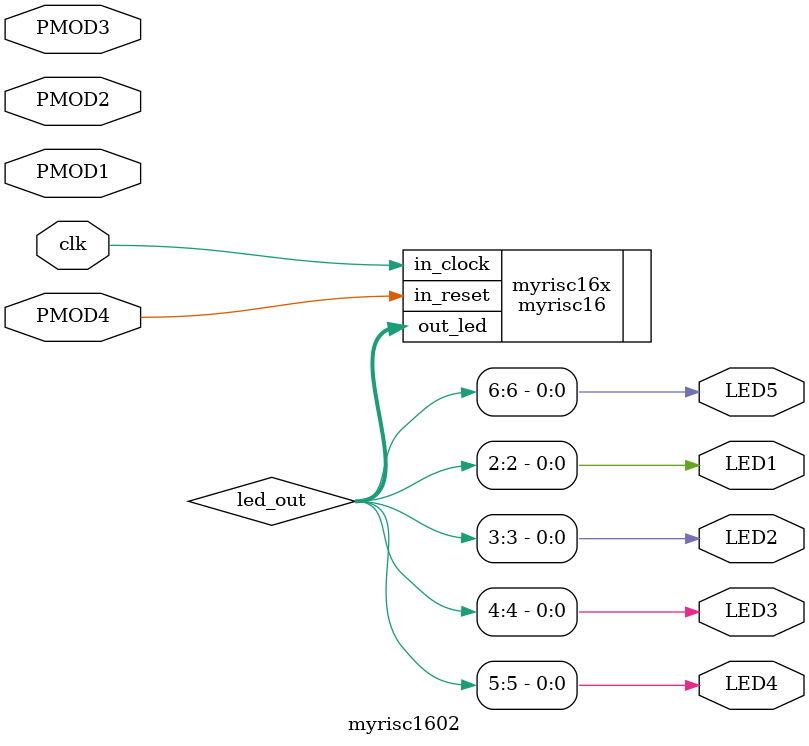
<source format=v>

module myrisc1602
(
    clk,

    PMOD4,
    PMOD3,
    PMOD2,
    PMOD1,

    LED5,
    LED4,
    LED3,
    LED2,
    LED1
);

    input clk;

    input PMOD4;
    input PMOD3;
    input PMOD2;
    input PMOD1;

    output LED5;
    output LED4;
    output LED3;
    output LED2;
    output LED1;

    reg LED5;
    reg LED4;
    reg LED3;
    reg LED2;
    reg LED1;

    reg [15:0]led_out;

    always @*
    begin
        LED1 = led_out[2];
        LED2 = led_out[3];
        LED3 = led_out[4];
        LED4 = led_out[5];
        LED5 = led_out[6];
    end

    myrisc16 myrisc16x
    (
        .in_clock(clk),
        .in_reset(PMOD4),
        .out_led(led_out)
    );


endmodule // blinker01

</source>
